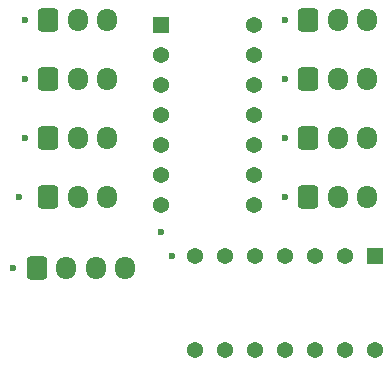
<source format=gbs>
G04 #@! TF.GenerationSoftware,KiCad,Pcbnew,8.0.8*
G04 #@! TF.CreationDate,2025-02-07T11:49:10+01:00*
G04 #@! TF.ProjectId,Senzory_gate,53656e7a-6f72-4795-9f67-6174652e6b69,rev?*
G04 #@! TF.SameCoordinates,Original*
G04 #@! TF.FileFunction,Soldermask,Bot*
G04 #@! TF.FilePolarity,Negative*
%FSLAX46Y46*%
G04 Gerber Fmt 4.6, Leading zero omitted, Abs format (unit mm)*
G04 Created by KiCad (PCBNEW 8.0.8) date 2025-02-07 11:49:10*
%MOMM*%
%LPD*%
G01*
G04 APERTURE LIST*
G04 Aperture macros list*
%AMRoundRect*
0 Rectangle with rounded corners*
0 $1 Rounding radius*
0 $2 $3 $4 $5 $6 $7 $8 $9 X,Y pos of 4 corners*
0 Add a 4 corners polygon primitive as box body*
4,1,4,$2,$3,$4,$5,$6,$7,$8,$9,$2,$3,0*
0 Add four circle primitives for the rounded corners*
1,1,$1+$1,$2,$3*
1,1,$1+$1,$4,$5*
1,1,$1+$1,$6,$7*
1,1,$1+$1,$8,$9*
0 Add four rect primitives between the rounded corners*
20,1,$1+$1,$2,$3,$4,$5,0*
20,1,$1+$1,$4,$5,$6,$7,0*
20,1,$1+$1,$6,$7,$8,$9,0*
20,1,$1+$1,$8,$9,$2,$3,0*%
G04 Aperture macros list end*
%ADD10RoundRect,0.250000X-0.600000X-0.725000X0.600000X-0.725000X0.600000X0.725000X-0.600000X0.725000X0*%
%ADD11O,1.700000X1.950000*%
%ADD12RoundRect,0.102000X-0.585000X0.585000X-0.585000X-0.585000X0.585000X-0.585000X0.585000X0.585000X0*%
%ADD13C,1.374000*%
%ADD14RoundRect,0.102000X-0.585000X-0.585000X0.585000X-0.585000X0.585000X0.585000X-0.585000X0.585000X0*%
%ADD15C,0.600000*%
G04 APERTURE END LIST*
D10*
X104500000Y-53000000D03*
D11*
X107000000Y-53000000D03*
X109500000Y-53000000D03*
D12*
X110120000Y-73030000D03*
D13*
X107580000Y-73030000D03*
X105040000Y-73030000D03*
X102500000Y-73030000D03*
X99960000Y-73030000D03*
X97420000Y-73030000D03*
X94880000Y-73030000D03*
X94880000Y-80970000D03*
X97420000Y-80970000D03*
X99960000Y-80970000D03*
X102500000Y-80970000D03*
X105040000Y-80970000D03*
X107580000Y-80970000D03*
X110120000Y-80970000D03*
D10*
X104500000Y-68000000D03*
D11*
X107000000Y-68000000D03*
X109500000Y-68000000D03*
D10*
X104500000Y-58000000D03*
D11*
X107000000Y-58000000D03*
X109500000Y-58000000D03*
D10*
X82500000Y-53000000D03*
D11*
X85000000Y-53000000D03*
X87500000Y-53000000D03*
D10*
X82500000Y-68000000D03*
D11*
X85000000Y-68000000D03*
X87500000Y-68000000D03*
D10*
X81500000Y-74000000D03*
D11*
X84000000Y-74000000D03*
X86500000Y-74000000D03*
X89000000Y-74000000D03*
D10*
X82500000Y-58000000D03*
D11*
X85000000Y-58000000D03*
X87500000Y-58000000D03*
D10*
X104500000Y-63000000D03*
D11*
X107000000Y-63000000D03*
X109500000Y-63000000D03*
D14*
X92000000Y-53460000D03*
D13*
X92000000Y-56000000D03*
X92000000Y-58540000D03*
X92000000Y-61080000D03*
X92000000Y-63620000D03*
X92000000Y-66160000D03*
X92000000Y-68700000D03*
X99940000Y-68700000D03*
X99940000Y-66160000D03*
X99940000Y-63620000D03*
X99940000Y-61080000D03*
X99940000Y-58540000D03*
X99940000Y-56000000D03*
X99940000Y-53460000D03*
D10*
X82500000Y-63000000D03*
D11*
X85000000Y-63000000D03*
X87500000Y-63000000D03*
D15*
X80000000Y-68000000D03*
X102500000Y-58000000D03*
X79500000Y-74000000D03*
X80500000Y-58000000D03*
X102500000Y-68000000D03*
X92000000Y-71000000D03*
X102500000Y-53000000D03*
X80500000Y-53000000D03*
X80500000Y-63000000D03*
X102500000Y-63000000D03*
X93000000Y-73000000D03*
M02*

</source>
